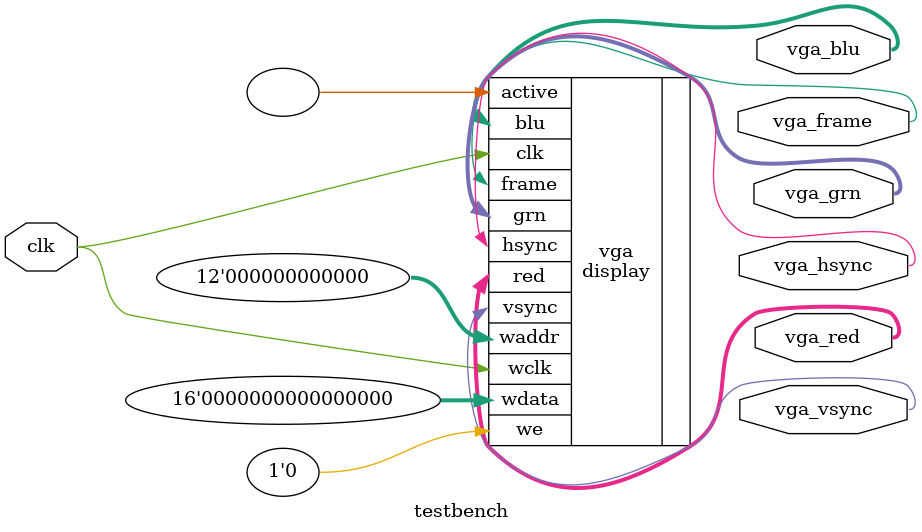
<source format=sv>

`default_nettype none

`timescale 1ns / 1ps

`define HEX_PATHS

module testbench(
        input clk,
	output [3:0]vga_red,
	output [3:0]vga_grn,
	output [3:0]vga_blu,
	output vga_hsync,
	output vga_vsync,
	output vga_frame
        );

display #(
	.BPP(4),
	)vga(
	.clk(clk),
	.red(vga_red),
	.grn(vga_grn),
	.blu(vga_blu),
	.hsync(vga_hsync),
	.vsync(vga_vsync),
	.frame(vga_frame),
	.active(),
	.waddr(12'b0),
	.wdata(16'b0),
	.we(1'b0),
	.wclk(clk)
	);

endmodule

</source>
